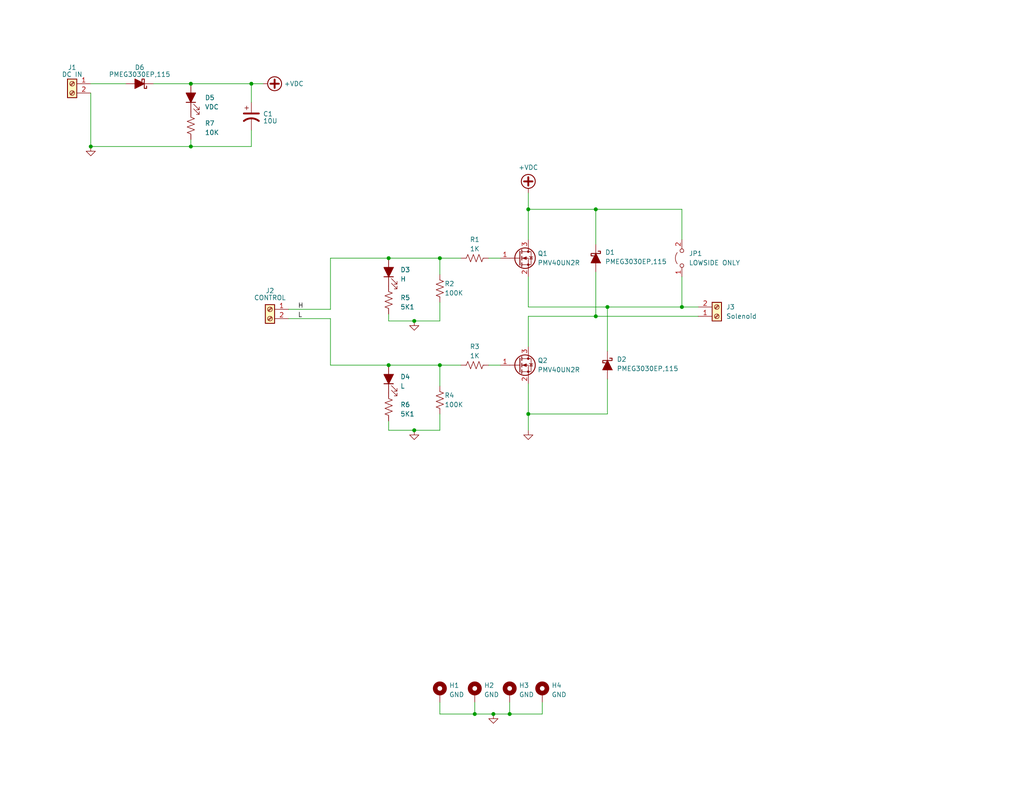
<source format=kicad_sch>
(kicad_sch (version 20211123) (generator eeschema)
  (paper "USLetter")
  (title_block (title "Solenoid Driver") (date "2022-07-22") (rev "v0") (company "Winterbloom") (comment 1 "Alethea Flowers") (comment 2 "CERN-OHL-P V2"))
  (lib_symbols
    (symbol "Connector:Screw_Terminal_01x02" (pin_names (offset 1.016) hide)
      (property "Reference" "J" (at 0 2.54 0))
      (property "Value" "Screw_Terminal_01x02" (at 0 -5.08 0))
      (symbol "Screw_Terminal_01x02_1_1"
        (rectangle (start -1.27 1.27) (end 1.27 -3.81) (stroke (width 0.254)) (fill (type background)))
        (circle (center 0 -2.54) (radius 0.635) (stroke (width 0.1524)))
        (polyline (pts (xy -0.5334 -2.2098) (xy 0.3302 -3.048)) (stroke (width 0.1524)))
        (polyline (pts (xy -0.5334 0.3302) (xy 0.3302 -0.508)) (stroke (width 0.1524)))
        (polyline (pts (xy -0.3556 -2.032) (xy 0.508 -2.8702)) (stroke (width 0.1524)))
        (polyline (pts (xy -0.3556 0.508) (xy 0.508 -0.3302)) (stroke (width 0.1524)))
        (circle (center 0 0) (radius 0.635) (stroke (width 0.1524)))
        (pin passive line (at -5.08 0 0) (length 3.81) (name "Pin_1") (number "1"))
        (pin passive line (at -5.08 -2.54 0) (length 3.81) (name "Pin_2") (number "2"))
      )
    )
    (symbol "Device:C_Polarized_US" (pin_numbers hide) (pin_names (offset 0.254) hide)
      (property "Reference" "C" (at 0.635 2.54 0))
      (property "Value" "C_Polarized_US" (at 0.635 -2.54 0))
      (symbol "C_Polarized_US_0_1"
        (polyline (pts (xy -2.032 0.762) (xy 2.032 0.762)) (stroke (width 0.508)))
        (polyline (pts (xy -1.778 2.286) (xy -0.762 2.286)))
        (polyline (pts (xy -1.27 1.778) (xy -1.27 2.794)))
        (arc (start 2.032 -1.27) (mid 0 -0.5572) (end -2.032 -1.27) (stroke (width 0.508)))
      )
      (symbol "C_Polarized_US_1_1"
        (pin passive line (at 0 3.81 270) (length 2.794) (name "~") (number "1"))
        (pin passive line (at 0 -3.81 90) (length 3.302) (name "~") (number "2"))
      )
    )
    (symbol "Device:D_Schottky_Filled" (pin_numbers hide) (pin_names (offset 1.016) hide)
      (property "Reference" "D" (at 0 2.54 0))
      (property "Value" "D_Schottky_Filled" (at 0 -2.54 0))
      (symbol "D_Schottky_Filled_0_1"
        (polyline (pts (xy 1.27 0) (xy -1.27 0)))
        (polyline (pts (xy 1.27 1.27) (xy 1.27 -1.27) (xy -1.27 0) (xy 1.27 1.27)) (stroke (width 0.254)) (fill (type outline)))
        (polyline (pts (xy -1.905 0.635) (xy -1.905 1.27) (xy -1.27 1.27) (xy -1.27 -1.27) (xy -0.635 -1.27) (xy -0.635 -0.635)) (stroke (width 0.254)))
      )
      (symbol "D_Schottky_Filled_1_1"
        (pin passive line (at -3.81 0 0) (length 2.54) (name "K") (number "1"))
        (pin passive line (at 3.81 0 180) (length 2.54) (name "A") (number "2"))
      )
    )
    (symbol "Device:LED_Filled" (pin_numbers hide) (pin_names (offset 1.016) hide)
      (property "Reference" "D" (at 0 2.54 0))
      (property "Value" "LED_Filled" (at 0 -2.54 0))
      (symbol "LED_Filled_0_1"
        (polyline (pts (xy -1.27 -1.27) (xy -1.27 1.27)) (stroke (width 0.254)))
        (polyline (pts (xy -1.27 0) (xy 1.27 0)))
        (polyline (pts (xy 1.27 -1.27) (xy 1.27 1.27) (xy -1.27 0) (xy 1.27 -1.27)) (stroke (width 0.254)) (fill (type outline)))
        (polyline (pts (xy -3.048 -0.762) (xy -4.572 -2.286) (xy -3.81 -2.286) (xy -4.572 -2.286) (xy -4.572 -1.524)))
        (polyline (pts (xy -1.778 -0.762) (xy -3.302 -2.286) (xy -2.54 -2.286) (xy -3.302 -2.286) (xy -3.302 -1.524)))
      )
      (symbol "LED_Filled_1_1"
        (pin passive line (at -3.81 0 0) (length 2.54) (name "K") (number "1"))
        (pin passive line (at 3.81 0 180) (length 2.54) (name "A") (number "2"))
      )
    )
    (symbol "Device:Q_NMOS_GSD" (pin_names (offset 0) hide)
      (property "Reference" "Q" (at 5.08 1.27 0))
      (property "Value" "Q_NMOS_GSD" (at 5.08 -1.27 0))
      (symbol "Q_NMOS_GSD_0_1"
        (polyline (pts (xy 0.254 0) (xy -2.54 0)))
        (polyline (pts (xy 0.254 1.905) (xy 0.254 -1.905)) (stroke (width 0.254)))
        (polyline (pts (xy 0.762 -1.27) (xy 0.762 -2.286)) (stroke (width 0.254)))
        (polyline (pts (xy 0.762 0.508) (xy 0.762 -0.508)) (stroke (width 0.254)))
        (polyline (pts (xy 0.762 2.286) (xy 0.762 1.27)) (stroke (width 0.254)))
        (polyline (pts (xy 2.54 2.54) (xy 2.54 1.778)))
        (polyline (pts (xy 2.54 -2.54) (xy 2.54 0) (xy 0.762 0)))
        (polyline (pts (xy 0.762 -1.778) (xy 3.302 -1.778) (xy 3.302 1.778) (xy 0.762 1.778)))
        (polyline (pts (xy 1.016 0) (xy 2.032 0.381) (xy 2.032 -0.381) (xy 1.016 0)) (fill (type outline)))
        (polyline (pts (xy 2.794 0.508) (xy 2.921 0.381) (xy 3.683 0.381) (xy 3.81 0.254)))
        (polyline (pts (xy 3.302 0.381) (xy 2.921 -0.254) (xy 3.683 -0.254) (xy 3.302 0.381)))
        (circle (center 1.651 0) (radius 2.794) (stroke (width 0.254)))
        (circle (center 2.54 -1.778) (radius 0.254) (fill (type outline)))
        (circle (center 2.54 1.778) (radius 0.254) (fill (type outline)))
      )
      (symbol "Q_NMOS_GSD_1_1"
        (pin input line (at -5.08 0 0) (length 2.54) (name "G") (number "1"))
        (pin passive line (at 2.54 -5.08 90) (length 2.54) (name "S") (number "2"))
        (pin passive line (at 2.54 5.08 270) (length 2.54) (name "D") (number "3"))
      )
    )
    (symbol "Device:R_US" (pin_numbers hide) (pin_names (offset 0))
      (property "Reference" "R" (at 2.54 0 90))
      (property "Value" "R_US" (at -2.54 0 90))
      (symbol "R_US_0_1"
        (polyline (pts (xy 0 -2.286) (xy 0 -2.54)))
        (polyline (pts (xy 0 2.286) (xy 0 2.54)))
        (polyline (pts (xy 0 -0.762) (xy 1.016 -1.143) (xy 0 -1.524) (xy -1.016 -1.905) (xy 0 -2.286)))
        (polyline (pts (xy 0 0.762) (xy 1.016 0.381) (xy 0 0) (xy -1.016 -0.381) (xy 0 -0.762)))
        (polyline (pts (xy 0 2.286) (xy 1.016 1.905) (xy 0 1.524) (xy -1.016 1.143) (xy 0 0.762)))
      )
      (symbol "R_US_1_1"
        (pin passive line (at 0 3.81 270) (length 1.27) (name "~") (number "1"))
        (pin passive line (at 0 -3.81 90) (length 1.27) (name "~") (number "2"))
      )
    )
    (symbol "Jumper:Jumper_2_Open" (pin_names (offset 0) hide)
      (property "Reference" "JP" (at 0 2.794 0))
      (property "Value" "Jumper_2_Open" (at 0 -2.286 0))
      (symbol "Jumper_2_Open_0_0"
        (circle (center -2.032 0) (radius 0.508))
        (circle (center 2.032 0) (radius 0.508))
      )
      (symbol "Jumper_2_Open_0_1"
        (arc (start 1.524 1.27) (mid 0 1.778) (end -1.524 1.27))
      )
      (symbol "Jumper_2_Open_1_1"
        (pin passive line (at -5.08 0 0) (length 2.54) (name "A") (number "1"))
        (pin passive line (at 5.08 0 180) (length 2.54) (name "B") (number "2"))
      )
    )
    (symbol "Mechanical:MountingHole_Pad" (pin_numbers hide) (pin_names (offset 1.016) hide)
      (property "Reference" "H" (at 0 6.35 0))
      (property "Value" "MountingHole_Pad" (at 0 4.445 0))
      (symbol "MountingHole_Pad_0_1"
        (circle (center 0 1.27) (radius 1.27) (stroke (width 1.27)))
      )
      (symbol "MountingHole_Pad_1_1"
        (pin input line (at 0 -2.54 90) (length 2.54) (name "1") (number "1"))
      )
    )
    (symbol "power:+VDC" (power) (pin_names (offset 0))
      (property "Value" "+VDC" (at 0 6.35 0))
      (symbol "+VDC_0_1"
        (polyline (pts (xy -1.143 3.175) (xy 1.143 3.175)) (stroke (width 0.508)))
        (polyline (pts (xy 0 0) (xy 0 1.27)))
        (polyline (pts (xy 0 2.032) (xy 0 4.318)) (stroke (width 0.508)))
        (circle (center 0 3.175) (radius 1.905) (stroke (width 0.254)))
      )
      (symbol "+VDC_1_1"
        (pin power_in line (at 0 0 90) (length 0) hide (name "+VDC") (number "1"))
      )
    )
    (symbol "power:GND" (power) (pin_names (offset 0))
      (property "Value" "GND" (at 0 -3.81 0))
      (symbol "GND_0_1"
        (polyline (pts (xy 0 0) (xy 0 -1.27) (xy 1.27 -1.27) (xy 0 -2.54) (xy -1.27 -1.27) (xy 0 -1.27)))
      )
      (symbol "GND_1_1"
        (pin power_in line (at 0 0 270) (length 0) hide (name "GND") (number "1"))
      )
    )
  )
  (junction (at 139.065 194.945))
  (junction (at 120.015 70.485))
  (junction (at 144.145 57.15))
  (junction (at 165.735 83.82))
  (junction (at 129.54 194.945))
  (junction (at 52.07 40.005))
  (junction (at 162.56 86.36))
  (junction (at 68.58 22.86))
  (junction (at 106.045 99.695))
  (junction (at 134.62 194.945))
  (junction (at 186.055 83.82))
  (junction (at 162.56 57.15))
  (junction (at 113.03 87.63))
  (junction (at 144.145 113.03))
  (junction (at 120.015 99.695))
  (junction (at 106.045 70.485))
  (junction (at 52.07 22.86))
  (junction (at 24.765 40.005))
  (junction (at 113.03 117.475))
  (wire (pts (xy 129.54 191.77) (xy 129.54 194.945)))
  (wire (pts (xy 106.045 70.485) (xy 120.015 70.485)))
  (wire (pts (xy 162.56 86.36) (xy 144.145 86.36)))
  (wire (pts (xy 24.765 40.005) (xy 24.765 25.4)))
  (wire (pts (xy 162.56 57.15) (xy 144.145 57.15)))
  (wire (pts (xy 144.145 52.705) (xy 144.145 57.15)))
  (wire (pts (xy 162.56 66.675) (xy 162.56 57.15)))
  (wire (pts (xy 90.17 86.995) (xy 78.74 86.995)))
  (wire (pts (xy 24.765 22.86) (xy 34.29 22.86)))
  (wire (pts (xy 113.03 117.475) (xy 106.045 117.475)))
  (wire (pts (xy 71.755 22.86) (xy 68.58 22.86)))
  (wire (pts (xy 78.74 84.455) (xy 90.17 84.455)))
  (wire (pts (xy 24.765 40.005) (xy 52.07 40.005)))
  (wire (pts (xy 144.145 75.565) (xy 144.145 83.82)))
  (wire (pts (xy 113.03 117.475) (xy 120.015 117.475)))
  (wire (pts (xy 106.045 99.695) (xy 90.17 99.695)))
  (wire (pts (xy 52.07 38.1) (xy 52.07 40.005)))
  (wire (pts (xy 144.145 113.03) (xy 144.145 117.475)))
  (wire (pts (xy 133.35 70.485) (xy 136.525 70.485)))
  (wire (pts (xy 144.145 113.03) (xy 144.145 104.775)))
  (wire (pts (xy 120.015 70.485) (xy 125.73 70.485)))
  (wire (pts (xy 41.91 22.86) (xy 52.07 22.86)))
  (wire (pts (xy 144.145 83.82) (xy 165.735 83.82)))
  (wire (pts (xy 113.03 87.63) (xy 120.015 87.63)))
  (wire (pts (xy 186.055 75.565) (xy 186.055 83.82)))
  (wire (pts (xy 120.015 70.485) (xy 120.015 74.93)))
  (wire (pts (xy 162.56 74.295) (xy 162.56 86.36)))
  (wire (pts (xy 186.055 83.82) (xy 165.735 83.82)))
  (wire (pts (xy 68.58 40.005) (xy 52.07 40.005)))
  (wire (pts (xy 134.62 194.945) (xy 139.065 194.945)))
  (wire (pts (xy 186.055 65.405) (xy 186.055 57.15)))
  (wire (pts (xy 68.58 22.86) (xy 52.07 22.86)))
  (wire (pts (xy 120.015 99.695) (xy 120.015 105.41)))
  (wire (pts (xy 106.045 117.475) (xy 106.045 114.935)))
  (wire (pts (xy 125.73 99.695) (xy 120.015 99.695)))
  (wire (pts (xy 186.055 57.15) (xy 162.56 57.15)))
  (wire (pts (xy 68.58 35.56) (xy 68.58 40.005)))
  (wire (pts (xy 165.735 83.82) (xy 165.735 95.885)))
  (wire (pts (xy 162.56 86.36) (xy 190.5 86.36)))
  (wire (pts (xy 147.955 194.945) (xy 147.955 191.77)))
  (wire (pts (xy 106.045 85.725) (xy 106.045 87.63)))
  (wire (pts (xy 133.35 99.695) (xy 136.525 99.695)))
  (wire (pts (xy 186.055 83.82) (xy 190.5 83.82)))
  (wire (pts (xy 106.045 87.63) (xy 113.03 87.63)))
  (wire (pts (xy 90.17 70.485) (xy 106.045 70.485)))
  (wire (pts (xy 129.54 194.945) (xy 120.015 194.945)))
  (wire (pts (xy 139.065 191.77) (xy 139.065 194.945)))
  (wire (pts (xy 165.735 103.505) (xy 165.735 113.03)))
  (wire (pts (xy 139.065 194.945) (xy 147.955 194.945)))
  (wire (pts (xy 90.17 84.455) (xy 90.17 70.485)))
  (wire (pts (xy 68.58 27.94) (xy 68.58 22.86)))
  (wire (pts (xy 120.015 82.55) (xy 120.015 87.63)))
  (wire (pts (xy 144.145 113.03) (xy 165.735 113.03)))
  (wire (pts (xy 120.015 113.03) (xy 120.015 117.475)))
  (wire (pts (xy 120.015 194.945) (xy 120.015 191.77)))
  (wire (pts (xy 144.145 86.36) (xy 144.145 94.615)))
  (wire (pts (xy 120.015 99.695) (xy 106.045 99.695)))
  (wire (pts (xy 144.145 57.15) (xy 144.145 65.405)))
  (wire (pts (xy 134.62 194.945) (xy 129.54 194.945)))
  (wire (pts (xy 90.17 99.695) (xy 90.17 86.995)))
  (label "L" (at 81.28 86.995 0))
  (label "H" (at 81.28 84.455 0))
  (symbol (lib_id "Device:C_Polarized_US") (at 68.58 31.75 0) (unit 1)
    (property "Reference" "C1" (at 71.755 31.115 0) (effects (justify left)))
    (property "Value" "10U" (at 71.755 33.02 0) (effects (justify left)))
    (property "Footprint" "Capacitor_SMD:C_0805_2012Metric_Pad1.18x1.45mm_HandSolder" (effects hide))
  )
  (symbol (lib_id "Mechanical:MountingHole_Pad") (at 147.955 189.23 0) (unit 1)
    (property "Reference" "H4" (at 150.495 187.1253 0) (effects (justify left)))
    (property "Value" "GND" (at 150.495 189.6622 0) (effects (justify left)))
    (property "Footprint" "MountingHole:MountingHole_3mm_Pad" (effects hide))
  )
  (symbol (lib_id "Mechanical:MountingHole_Pad") (at 139.065 189.23 0) (unit 1)
    (property "Reference" "H3" (at 141.605 187.1253 0) (effects (justify left)))
    (property "Value" "GND" (at 141.605 189.6622 0) (effects (justify left)))
    (property "Footprint" "MountingHole:MountingHole_3mm_Pad" (effects hide))
  )
  (symbol (lib_id "Device:R_US") (at 106.045 81.915 0) (unit 1)
    (property "Reference" "R5" (at 109.22 81.28 0) (effects (justify left)))
    (property "Value" "5K1" (at 109.22 83.82 0) (effects (justify left)))
    (property "Footprint" "Resistor_SMD:R_0603_1608Metric_Pad0.98x0.95mm_HandSolder" (effects hide))
    (property "mpn" "AC0603FR-075K1L" (effects hide))
  )
  (symbol (lib_id "Device:R_US") (at 129.54 99.695 90) (unit 1)
    (property "Reference" "R3" (at 129.54 94.615 90))
    (property "Value" "1K" (at 129.54 97.155 90))
    (property "Footprint" "Resistor_SMD:R_0603_1608Metric_Pad0.98x0.95mm_HandSolder" (effects hide))
  )
  (symbol (lib_id "Device:R_US") (at 52.07 34.29 0) (unit 1)
    (property "Reference" "R7" (at 55.88 33.655 0) (effects (justify left)))
    (property "Value" "10K" (at 55.88 36.195 0) (effects (justify left)))
    (property "Footprint" "Resistor_SMD:R_0603_1608Metric_Pad0.98x0.95mm_HandSolder" (effects hide))
    (property "mpn" "AC0603FR-075K1L" (effects hide))
  )
  (symbol (lib_id "Device:D_Schottky_Filled") (at 165.735 99.695 270) (unit 1)
    (property "Reference" "D2" (at 168.275 98.1074 90) (effects (justify left)))
    (property "Value" "PMEG3030EP,115" (at 168.275 100.6474 90) (effects (justify left)))
    (property "Footprint" "Diode_SMD:D_SOD-128" (effects hide))
    (property "Datasheet" "https://www.digikey.com/en/products/detail/nexperia-usa-inc/PMEG3030EP-115/2228693" (effects hide))
  )
  (symbol (lib_id "Mechanical:MountingHole_Pad") (at 129.54 189.23 0) (unit 1)
    (property "Reference" "H2" (at 132.08 187.1253 0) (effects (justify left)))
    (property "Value" "GND" (at 132.08 189.6622 0) (effects (justify left)))
    (property "Footprint" "MountingHole:MountingHole_3mm_Pad" (effects hide))
  )
  (symbol (lib_id "power:+VDC") (at 144.145 52.705 0) (unit 1)
    (property "Reference" "#PWR0101" (effects hide))
    (property "Value" "+VDC" (at 144.145 45.72 0))
  )
  (symbol (lib_id "Device:D_Schottky_Filled") (at 162.56 70.485 270) (unit 1)
    (property "Reference" "D1" (at 165.1 68.8974 90) (effects (justify left)))
    (property "Value" "PMEG3030EP,115" (at 165.1 71.4374 90) (effects (justify left)))
    (property "Footprint" "Diode_SMD:D_SOD-128" (effects hide))
    (property "Datasheet" "https://www.digikey.com/en/products/detail/nexperia-usa-inc/PMEG3030EP-115/2228693" (effects hide))
  )
  (symbol (lib_id "Device:LED_Filled") (at 52.07 26.67 90) (unit 1)
    (property "Reference" "D5" (at 55.88 26.67 90) (effects (justify right)))
    (property "Value" "VDC" (at 55.88 29.21 90) (effects (justify right)))
    (property "Footprint" "winterbloom:LED_0805_Kingbright_APT2012" (effects hide))
    (property "mpn" "APT2012EC" (effects hide))
  )
  (symbol (lib_id "power:+VDC") (at 71.755 22.86 270) (unit 1)
    (property "Reference" "#PWR01" (effects hide))
    (property "Value" "+VDC" (at 77.47 22.86 90) (effects (justify left)))
  )
  (symbol (lib_id "Connector:Screw_Terminal_01x02") (at 19.685 22.86 0) (mirror y) (unit 1)
    (property "Reference" "J1" (at 19.685 18.415 0))
    (property "Value" "DC IN" (at 19.685 20.32 0))
    (property "Footprint" "winterbloom:TerminalBlock_4UCON_1x02_P3.50mm_Horizontal" (effects hide))
  )
  (symbol (lib_id "Device:R_US") (at 106.045 111.125 0) (unit 1)
    (property "Reference" "R6" (at 109.22 110.49 0) (effects (justify left)))
    (property "Value" "5K1" (at 109.22 113.03 0) (effects (justify left)))
    (property "Footprint" "Resistor_SMD:R_0603_1608Metric_Pad0.98x0.95mm_HandSolder" (effects hide))
    (property "mpn" "AC0603FR-075K1L" (effects hide))
  )
  (symbol (lib_id "Mechanical:MountingHole_Pad") (at 120.015 189.23 0) (unit 1)
    (property "Reference" "H1" (at 122.555 187.1253 0) (effects (justify left)))
    (property "Value" "GND" (at 122.555 189.6622 0) (effects (justify left)))
    (property "Footprint" "MountingHole:MountingHole_3mm_Pad" (effects hide))
  )
  (symbol (lib_id "Connector:Screw_Terminal_01x02") (at 73.66 84.455 0) (mirror y) (unit 1)
    (property "Reference" "J2" (at 73.66 79.375 0))
    (property "Value" "CONTROL" (at 73.66 81.28 0))
    (property "Footprint" "winterbloom:TerminalBlock_4UCON_1x02_P3.50mm_Horizontal" (effects hide))
  )
  (symbol (lib_id "power:GND") (at 24.765 40.005 0) (unit 1)
    (property "Reference" "#PWR02" (effects hide))
    (property "Value" "GND" (effects hide))
  )
  (symbol (lib_id "Jumper:Jumper_2_Open") (at 186.055 70.485 90) (unit 1)
    (property "Reference" "JP1" (at 187.96 69.2149 90) (effects (justify right)))
    (property "Value" "LOWSIDE ONLY" (at 187.96 71.7549 90) (effects (justify right)))
    (property "Footprint" "Jumper:SolderJumper-2_P1.3mm_Open_Pad1.0x1.5mm" (effects hide))
  )
  (symbol (lib_id "Device:R_US") (at 120.015 78.74 0) (unit 1)
    (property "Reference" "R2" (at 121.285 77.47 0) (effects (justify left)))
    (property "Value" "100K" (at 121.285 80.01 0) (effects (justify left)))
    (property "Footprint" "Resistor_SMD:R_0603_1608Metric_Pad0.98x0.95mm_HandSolder" (effects hide))
  )
  (symbol (lib_id "Device:Q_NMOS_GSD") (at 141.605 99.695 0) (unit 1)
    (property "Reference" "Q2" (at 146.685 98.425 0) (effects (justify left)))
    (property "Value" "PMV40UN2R" (at 146.685 100.965 0) (effects (justify left)))
    (property "Footprint" "Package_TO_SOT_SMD:SOT-23" (effects hide))
    (property "Datasheet" "https://assets.nexperia.com/documents/data-sheet/PMV40UN2.pdf" (effects hide))
  )
  (symbol (lib_id "Device:LED_Filled") (at 106.045 103.505 90) (unit 1)
    (property "Reference" "D4" (at 109.22 102.87 90) (effects (justify right)))
    (property "Value" "L" (at 109.22 105.41 90) (effects (justify right)))
    (property "Footprint" "winterbloom:LED_0805_Kingbright_APT2012" (effects hide))
    (property "mpn" "APT2012EC" (effects hide))
  )
  (symbol (lib_id "Device:D_Schottky_Filled") (at 38.1 22.86 180) (unit 1)
    (property "Reference" "D6" (at 38.1 18.415 0))
    (property "Value" "PMEG3030EP,115" (at 38.1 20.32 0))
    (property "Footprint" "Diode_SMD:D_SOD-128" (effects hide))
    (property "Datasheet" "https://www.digikey.com/en/products/detail/nexperia-usa-inc/PMEG3030EP-115/2228693" (effects hide))
  )
  (symbol (lib_id "Device:Q_NMOS_GSD") (at 141.605 70.485 0) (unit 1)
    (property "Reference" "Q1" (at 146.685 69.215 0) (effects (justify left)))
    (property "Value" "PMV40UN2R" (at 146.685 71.755 0) (effects (justify left)))
    (property "Footprint" "Package_TO_SOT_SMD:SOT-23" (effects hide))
    (property "Datasheet" "https://assets.nexperia.com/documents/data-sheet/PMV40UN2.pdf" (effects hide))
  )
  (symbol (lib_id "power:GND") (at 134.62 194.945 0) (unit 1)
    (property "Reference" "#PWR012" (effects hide))
    (property "Value" "GND" (effects hide))
  )
  (symbol (lib_id "Connector:Screw_Terminal_01x02") (at 195.58 86.36 0) (mirror x) (unit 1)
    (property "Reference" "J3" (at 198.12 83.82 0) (effects (justify left)))
    (property "Value" "Solenoid" (at 198.12 86.36 0) (effects (justify left)))
    (property "Footprint" "winterbloom:TerminalBlock_4UCON_1x02_P3.50mm_Horizontal" (effects hide))
  )
  (symbol (lib_id "Device:R_US") (at 129.54 70.485 90) (unit 1)
    (property "Reference" "R1" (at 129.54 65.405 90))
    (property "Value" "1K" (at 129.54 67.945 90))
    (property "Footprint" "Resistor_SMD:R_0603_1608Metric_Pad0.98x0.95mm_HandSolder" (effects hide))
  )
  (symbol (lib_id "power:GND") (at 113.03 117.475 0) (unit 1)
    (property "Reference" "#PWR0102" (effects hide))
    (property "Value" "GND" (effects hide))
  )
  (symbol (lib_id "Device:LED_Filled") (at 106.045 74.295 90) (unit 1)
    (property "Reference" "D3" (at 109.22 73.66 90) (effects (justify right)))
    (property "Value" "H" (at 109.22 76.2 90) (effects (justify right)))
    (property "Footprint" "winterbloom:LED_0805_Kingbright_APT2012" (effects hide))
    (property "mpn" "APT2012EC" (effects hide))
  )
  (symbol (lib_id "Device:R_US") (at 120.015 109.22 0) (unit 1)
    (property "Reference" "R4" (at 121.285 107.95 0) (effects (justify left)))
    (property "Value" "100K" (at 121.285 110.49 0) (effects (justify left)))
    (property "Footprint" "Resistor_SMD:R_0603_1608Metric_Pad0.98x0.95mm_HandSolder" (effects hide))
  )
  (symbol (lib_id "power:GND") (at 113.03 87.63 0) (unit 1)
    (property "Reference" "#PWR0104" (effects hide))
    (property "Value" "GND" (effects hide))
  )
  (symbol (lib_id "power:GND") (at 144.145 117.475 0) (unit 1)
    (property "Reference" "#PWR0103" (effects hide))
    (property "Value" "GND" (effects hide))
  )
)
</source>
